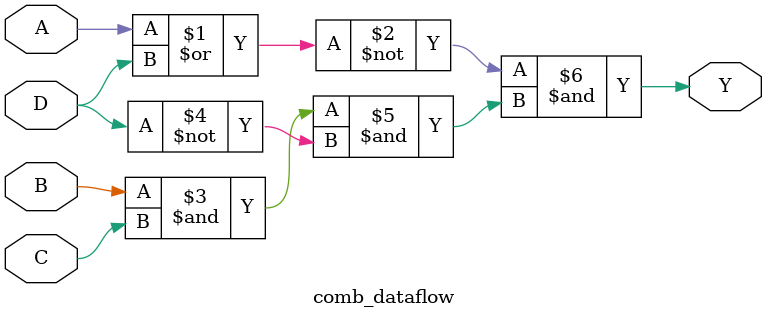
<source format=v>
`timescale 10 ns / 1 ns

module comb_dataflow(Y, A, B, C, D);
output Y;
input A, B, C, D;
assign Y = (~(A | D)) & (B & C & (~D));

endmodule

</source>
